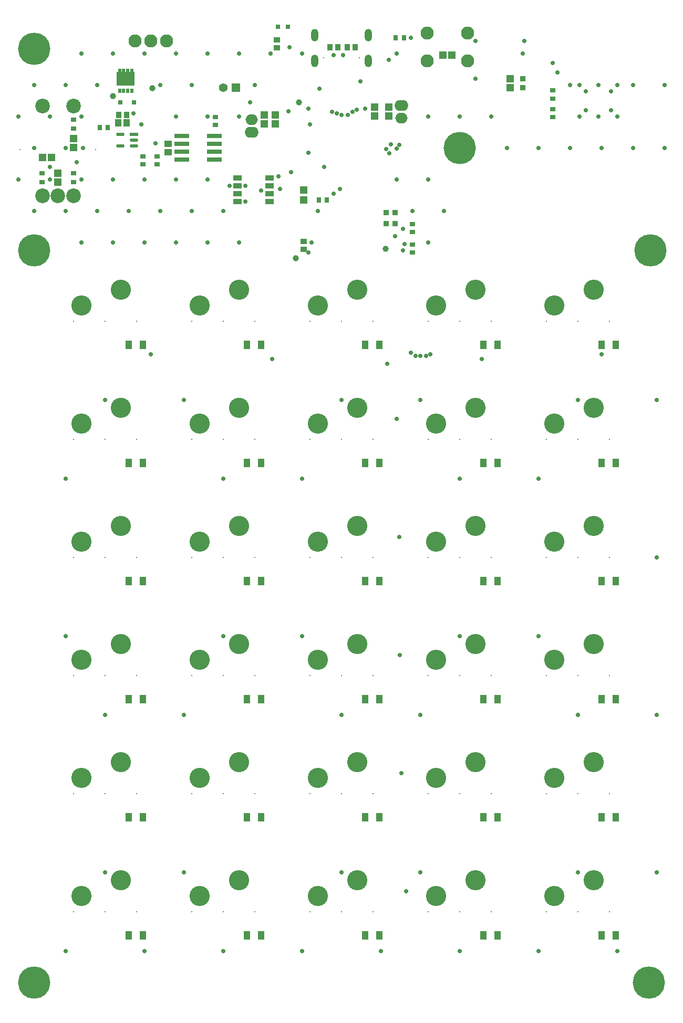
<source format=gbs>
G04*
G04 #@! TF.GenerationSoftware,Altium Limited,Altium Designer,22.7.1 (60)*
G04*
G04 Layer_Color=16711935*
%FSLAX25Y25*%
%MOIN*%
G70*
G04*
G04 #@! TF.SameCoordinates,C603BF2E-B12D-4F6D-87B7-6185641273B1*
G04*
G04*
G04 #@! TF.FilePolarity,Negative*
G04*
G01*
G75*
%ADD33R,0.05524X0.05524*%
%ADD37C,0.09300*%
%ADD38C,0.00800*%
%ADD39C,0.08300*%
%ADD40C,0.05524*%
%ADD41C,0.12800*%
%ADD42C,0.20485*%
%ADD43O,0.04737X0.07887*%
%ADD44O,0.07800X0.06800*%
%ADD45O,0.08800X0.06800*%
%ADD46C,0.02769*%
%ADD47C,0.03950*%
%ADD63R,0.03772X0.03591*%
%ADD65R,0.03591X0.03772*%
%ADD66R,0.03197X0.02985*%
%ADD67R,0.03394X0.02978*%
G04:AMPARAMS|DCode=74|XSize=52.69mil|YSize=22.75mil|CornerRadius=11.38mil|HoleSize=0mil|Usage=FLASHONLY|Rotation=180.000|XOffset=0mil|YOffset=0mil|HoleType=Round|Shape=RoundedRectangle|*
%AMROUNDEDRECTD74*
21,1,0.05269,0.00000,0,0,180.0*
21,1,0.02993,0.02275,0,0,180.0*
1,1,0.02275,-0.01497,0.00000*
1,1,0.02275,0.01497,0.00000*
1,1,0.02275,0.01497,0.00000*
1,1,0.02275,-0.01497,0.00000*
%
%ADD74ROUNDEDRECTD74*%
%ADD75R,0.05269X0.02275*%
%ADD77R,0.02985X0.03197*%
%ADD79R,0.02978X0.03394*%
%ADD80R,0.03543X0.02559*%
%ADD83R,0.03150X0.03150*%
%ADD84R,0.04331X0.05512*%
%ADD86R,0.04934X0.04540*%
%ADD87R,0.04540X0.03950*%
%ADD88R,0.09461X0.03162*%
%ADD89R,0.04147X0.03556*%
%ADD90R,0.03556X0.04147*%
%ADD91R,0.03950X0.04540*%
%ADD92R,0.03162X0.03162*%
%ADD93R,0.04540X0.04934*%
%ADD94R,0.05300X0.03800*%
%ADD95R,0.11233X0.08595*%
%ADD96R,0.02375X0.03162*%
%ADD97R,0.04737X0.04540*%
D33*
X147937Y588354D02*
D03*
D37*
X25157Y519472D02*
D03*
X44842D02*
D03*
X35000D02*
D03*
X44842Y576559D02*
D03*
X25157D02*
D03*
D38*
X59016Y549000D02*
D03*
X10984D02*
D03*
X365000Y65000D02*
D03*
X385000D02*
D03*
X345000D02*
D03*
X290000D02*
D03*
X310000D02*
D03*
X270000D02*
D03*
X215000D02*
D03*
X235000D02*
D03*
X195000D02*
D03*
X140000D02*
D03*
X160000D02*
D03*
X120000D02*
D03*
X65000D02*
D03*
X85000D02*
D03*
X45000D02*
D03*
X365000Y140000D02*
D03*
X385000D02*
D03*
X345000D02*
D03*
X290000D02*
D03*
X310000D02*
D03*
X270000D02*
D03*
X215000D02*
D03*
X235000D02*
D03*
X195000D02*
D03*
X140000D02*
D03*
X160000D02*
D03*
X120000D02*
D03*
X65000D02*
D03*
X85000D02*
D03*
X45000D02*
D03*
X365000Y215000D02*
D03*
X385000D02*
D03*
X345000D02*
D03*
X290000D02*
D03*
X310000D02*
D03*
X270000D02*
D03*
X215000D02*
D03*
X235000D02*
D03*
X195000D02*
D03*
X140000D02*
D03*
X160000D02*
D03*
X120000D02*
D03*
X65000D02*
D03*
X85000D02*
D03*
X45000D02*
D03*
X365000Y290000D02*
D03*
X385000D02*
D03*
X345000D02*
D03*
X290000D02*
D03*
X310000D02*
D03*
X270000D02*
D03*
X215000D02*
D03*
X235000D02*
D03*
X195000D02*
D03*
X140000D02*
D03*
X160000D02*
D03*
X120000D02*
D03*
X65000D02*
D03*
X85000D02*
D03*
X45000D02*
D03*
X365000Y365000D02*
D03*
X385000D02*
D03*
X345000D02*
D03*
X290000D02*
D03*
X310000D02*
D03*
X270000D02*
D03*
X215000D02*
D03*
X235000D02*
D03*
X195000D02*
D03*
X140000D02*
D03*
X160000D02*
D03*
X120000D02*
D03*
X65000D02*
D03*
X85000D02*
D03*
X45000D02*
D03*
X365000Y440000D02*
D03*
X385000D02*
D03*
X345000D02*
D03*
X290000D02*
D03*
X310000D02*
D03*
X270000D02*
D03*
X215000D02*
D03*
X235000D02*
D03*
X195000D02*
D03*
X140000D02*
D03*
X160000D02*
D03*
X120000D02*
D03*
X65000D02*
D03*
X85000D02*
D03*
X45000D02*
D03*
X226378Y607276D02*
D03*
X203622D02*
D03*
D39*
X269205Y605142D02*
D03*
X294795D02*
D03*
Y622858D02*
D03*
X269205D02*
D03*
X104000Y618000D02*
D03*
X94000D02*
D03*
X84000D02*
D03*
D40*
X140063Y588354D02*
D03*
D41*
X375000Y85000D02*
D03*
X350000Y75000D02*
D03*
X300000Y85000D02*
D03*
X275000Y75000D02*
D03*
X225000Y85000D02*
D03*
X200000Y75000D02*
D03*
X150000Y85000D02*
D03*
X125000Y75000D02*
D03*
X75000Y85000D02*
D03*
X50000Y75000D02*
D03*
X375000Y160000D02*
D03*
X350000Y150000D02*
D03*
X300000Y160000D02*
D03*
X275000Y150000D02*
D03*
X225000Y160000D02*
D03*
X200000Y150000D02*
D03*
X150000Y160000D02*
D03*
X125000Y150000D02*
D03*
X75000Y160000D02*
D03*
X50000Y150000D02*
D03*
X375000Y235000D02*
D03*
X350000Y225000D02*
D03*
X300000Y235000D02*
D03*
X275000Y225000D02*
D03*
X225000Y235000D02*
D03*
X200000Y225000D02*
D03*
X150000Y235000D02*
D03*
X125000Y225000D02*
D03*
X75000Y235000D02*
D03*
X50000Y225000D02*
D03*
X375000Y310000D02*
D03*
X350000Y300000D02*
D03*
X300000Y310000D02*
D03*
X275000Y300000D02*
D03*
X225000Y310000D02*
D03*
X200000Y300000D02*
D03*
X150000Y310000D02*
D03*
X125000Y300000D02*
D03*
X75000Y310000D02*
D03*
X50000Y300000D02*
D03*
X375000Y385000D02*
D03*
X350000Y375000D02*
D03*
X300000Y385000D02*
D03*
X275000Y375000D02*
D03*
X225000Y385000D02*
D03*
X200000Y375000D02*
D03*
X150000Y385000D02*
D03*
X125000Y375000D02*
D03*
X75000Y385000D02*
D03*
X50000Y375000D02*
D03*
X375000Y460000D02*
D03*
X350000Y450000D02*
D03*
X300000Y460000D02*
D03*
X275000Y450000D02*
D03*
X225000Y460000D02*
D03*
X200000Y450000D02*
D03*
X150000Y460000D02*
D03*
X125000Y450000D02*
D03*
X75000Y460000D02*
D03*
X50000Y450000D02*
D03*
D42*
X290000Y550000D02*
D03*
X20000Y485000D02*
D03*
Y613000D02*
D03*
X411000Y485000D02*
D03*
X410000Y20000D02*
D03*
X20000D02*
D03*
D43*
X232008Y621764D02*
D03*
Y605307D02*
D03*
X197992Y621764D02*
D03*
Y605307D02*
D03*
D44*
X253000Y569063D02*
D03*
X158000Y567937D02*
D03*
D45*
X253000Y576937D02*
D03*
X158000Y560063D02*
D03*
D46*
X420000Y590000D02*
D03*
Y550000D02*
D03*
X400000Y590000D02*
D03*
Y550000D02*
D03*
X380000D02*
D03*
X360000Y590000D02*
D03*
Y550000D02*
D03*
X330000Y610000D02*
D03*
X340000Y550000D02*
D03*
X310000Y570000D02*
D03*
X320000Y550000D02*
D03*
X290000Y570000D02*
D03*
X270000D02*
D03*
Y530000D02*
D03*
X280000Y510000D02*
D03*
X270000Y490000D02*
D03*
X250000Y610000D02*
D03*
Y530000D02*
D03*
X260000Y510000D02*
D03*
X190000Y610000D02*
D03*
X200000Y510000D02*
D03*
X170000Y610000D02*
D03*
X150000D02*
D03*
X160000Y590000D02*
D03*
X150000Y570000D02*
D03*
Y490000D02*
D03*
X130000Y610000D02*
D03*
Y570000D02*
D03*
Y530000D02*
D03*
X140000Y510000D02*
D03*
X130000Y490000D02*
D03*
X110000Y610000D02*
D03*
X120000Y590000D02*
D03*
X110000Y570000D02*
D03*
Y530000D02*
D03*
X120000Y510000D02*
D03*
X110000Y490000D02*
D03*
X90000Y610000D02*
D03*
X100000Y590000D02*
D03*
X90000Y530000D02*
D03*
X100000Y510000D02*
D03*
X90000Y490000D02*
D03*
X70000Y610000D02*
D03*
Y530000D02*
D03*
X80000Y510000D02*
D03*
X70000Y490000D02*
D03*
X50000Y610000D02*
D03*
X60000Y590000D02*
D03*
X50000Y570000D02*
D03*
Y530000D02*
D03*
X60000Y510000D02*
D03*
X50000Y490000D02*
D03*
X40000Y590000D02*
D03*
X30000Y570000D02*
D03*
X40000Y550000D02*
D03*
X30000Y530000D02*
D03*
X40000Y510000D02*
D03*
X20000Y590000D02*
D03*
X10000Y570000D02*
D03*
X20000Y550000D02*
D03*
X10000Y530000D02*
D03*
X20000Y510000D02*
D03*
X51000Y550000D02*
D03*
X47000Y541000D02*
D03*
X30000Y538000D02*
D03*
X183000Y534766D02*
D03*
X390000Y590000D02*
D03*
Y570000D02*
D03*
X386000Y586000D02*
D03*
Y574000D02*
D03*
X378000Y590000D02*
D03*
Y570000D02*
D03*
X370000Y586000D02*
D03*
Y574000D02*
D03*
X366000Y590000D02*
D03*
Y570000D02*
D03*
X196000Y490000D02*
D03*
X249000Y494000D02*
D03*
X254000Y498712D02*
D03*
X349000Y604000D02*
D03*
X352000Y598000D02*
D03*
X300000Y594000D02*
D03*
X97000Y553000D02*
D03*
X88000Y565000D02*
D03*
X83000Y572000D02*
D03*
X157000Y579000D02*
D03*
X182000Y614000D02*
D03*
X243234Y549234D02*
D03*
X255000Y489000D02*
D03*
X254000Y485000D02*
D03*
X194000Y483484D02*
D03*
X210000Y521000D02*
D03*
X214000Y524000D02*
D03*
X194000Y575000D02*
D03*
X415000Y390000D02*
D03*
Y290000D02*
D03*
Y190000D02*
D03*
Y90000D02*
D03*
X390000Y40000D02*
D03*
X365000Y390000D02*
D03*
X340000Y340000D02*
D03*
Y240000D02*
D03*
X365000Y190000D02*
D03*
Y90000D02*
D03*
X340000Y40000D02*
D03*
X290000Y340000D02*
D03*
Y240000D02*
D03*
Y40000D02*
D03*
X265000Y390000D02*
D03*
Y190000D02*
D03*
Y90000D02*
D03*
X240000Y40000D02*
D03*
X215000Y390000D02*
D03*
X190000Y340000D02*
D03*
Y240000D02*
D03*
X215000Y190000D02*
D03*
Y90000D02*
D03*
X190000Y40000D02*
D03*
X140000Y340000D02*
D03*
Y240000D02*
D03*
Y40000D02*
D03*
X115000Y390000D02*
D03*
Y190000D02*
D03*
Y90000D02*
D03*
X90000Y40000D02*
D03*
X65000Y390000D02*
D03*
X40000Y340000D02*
D03*
Y240000D02*
D03*
X65000Y190000D02*
D03*
Y90000D02*
D03*
X40000Y40000D02*
D03*
X216000Y609000D02*
D03*
X210000D02*
D03*
X331000Y618000D02*
D03*
X300000D02*
D03*
X256000Y78000D02*
D03*
X253000Y153000D02*
D03*
X252000Y228000D02*
D03*
X251766Y303000D02*
D03*
X250000Y378000D02*
D03*
X259000Y420000D02*
D03*
X262000Y418000D02*
D03*
X265000D02*
D03*
X171000Y416000D02*
D03*
X244000Y413000D02*
D03*
X271352Y419000D02*
D03*
X268620Y417838D02*
D03*
X94000Y419000D02*
D03*
X304000Y416000D02*
D03*
X380000Y419000D02*
D03*
X227000Y592234D02*
D03*
X230000Y575000D02*
D03*
X201000Y587766D02*
D03*
X181389Y573389D02*
D03*
X195000Y565000D02*
D03*
X219000Y571000D02*
D03*
X209000Y573000D02*
D03*
X215000Y571000D02*
D03*
X212000Y572000D02*
D03*
X224655Y574328D02*
D03*
X221920Y572920D02*
D03*
X194000Y547000D02*
D03*
X175000Y532000D02*
D03*
X154000Y526000D02*
D03*
Y516000D02*
D03*
X204075Y538000D02*
D03*
X144000Y526000D02*
D03*
X176000Y524000D02*
D03*
X164000Y523000D02*
D03*
X245273Y546643D02*
D03*
X246394Y552394D02*
D03*
X251766Y552000D02*
D03*
X249801Y549775D02*
D03*
X259000Y620000D02*
D03*
X245000Y606000D02*
D03*
D47*
X95000Y588000D02*
D03*
X70000Y583000D02*
D03*
X243000Y486000D02*
D03*
X188000Y579000D02*
D03*
X186000Y480000D02*
D03*
D63*
X248862Y502000D02*
D03*
X243138D02*
D03*
X248862Y509000D02*
D03*
X243138D02*
D03*
D65*
X330000Y593862D02*
D03*
Y588138D02*
D03*
D66*
X349000Y574469D02*
D03*
Y569531D02*
D03*
X89000Y544468D02*
D03*
Y539532D02*
D03*
X135000Y569468D02*
D03*
Y564532D02*
D03*
X98000Y539532D02*
D03*
Y544468D02*
D03*
X260000Y496531D02*
D03*
Y501469D02*
D03*
Y483532D02*
D03*
Y488469D02*
D03*
D67*
X349000Y586562D02*
D03*
Y581438D02*
D03*
D74*
X74605Y558740D02*
D03*
Y551260D02*
D03*
X83394D02*
D03*
Y555000D02*
D03*
D75*
Y558740D02*
D03*
D77*
X66469Y563000D02*
D03*
X61532D02*
D03*
X205469Y517000D02*
D03*
X200532D02*
D03*
D79*
X254562Y620000D02*
D03*
X249438D02*
D03*
D80*
X45016Y528146D02*
D03*
Y533854D02*
D03*
X25016Y528146D02*
D03*
Y533854D02*
D03*
X45016Y562146D02*
D03*
Y567854D02*
D03*
D83*
X181000Y627000D02*
D03*
X174701D02*
D03*
D84*
X380000Y50000D02*
D03*
X389055D02*
D03*
X305000D02*
D03*
X314055D02*
D03*
X230000D02*
D03*
X239055D02*
D03*
X155000D02*
D03*
X164055D02*
D03*
X80000D02*
D03*
X89055D02*
D03*
X380000Y125000D02*
D03*
X389055D02*
D03*
X305000D02*
D03*
X314055D02*
D03*
X230000D02*
D03*
X239055D02*
D03*
X155000D02*
D03*
X164055D02*
D03*
X80000D02*
D03*
X89055D02*
D03*
X380000Y200000D02*
D03*
X389055D02*
D03*
X305000D02*
D03*
X314055D02*
D03*
X230000D02*
D03*
X239055D02*
D03*
X155000D02*
D03*
X164055D02*
D03*
X80000D02*
D03*
X89055D02*
D03*
X380000Y275000D02*
D03*
X389055D02*
D03*
X305000D02*
D03*
X314055D02*
D03*
X230000D02*
D03*
X239055D02*
D03*
X155000D02*
D03*
X164055D02*
D03*
X80000D02*
D03*
X89055D02*
D03*
X380000Y350000D02*
D03*
X389055D02*
D03*
X305000D02*
D03*
X314055D02*
D03*
X230000D02*
D03*
X239055D02*
D03*
X155000D02*
D03*
X164055D02*
D03*
X80000D02*
D03*
X89055D02*
D03*
X380000Y425000D02*
D03*
X389055D02*
D03*
X305000D02*
D03*
X314055D02*
D03*
X230000D02*
D03*
X239055D02*
D03*
X155000D02*
D03*
X164055D02*
D03*
X80000D02*
D03*
X89055D02*
D03*
D86*
X322000Y593854D02*
D03*
Y588146D02*
D03*
X35016Y533854D02*
D03*
Y528146D02*
D03*
X45016Y550146D02*
D03*
Y555854D02*
D03*
X245000Y575854D02*
D03*
Y570146D02*
D03*
X236000Y575854D02*
D03*
Y570146D02*
D03*
X173000Y565291D02*
D03*
Y571000D02*
D03*
X166000Y565146D02*
D03*
Y570854D02*
D03*
D87*
X105000Y547342D02*
D03*
Y552658D02*
D03*
D88*
X113764Y542500D02*
D03*
Y547500D02*
D03*
Y552500D02*
D03*
Y557500D02*
D03*
X134236Y542500D02*
D03*
Y547500D02*
D03*
Y552500D02*
D03*
Y557500D02*
D03*
D89*
X174000Y618461D02*
D03*
Y613539D02*
D03*
X191000Y490461D02*
D03*
Y485539D02*
D03*
D90*
X73539Y571000D02*
D03*
X78461D02*
D03*
X207539Y614000D02*
D03*
X212461D02*
D03*
X218539D02*
D03*
X223461D02*
D03*
D91*
X73343Y566000D02*
D03*
X78658D02*
D03*
D92*
X74669Y579000D02*
D03*
X83331D02*
D03*
D93*
X284854Y609000D02*
D03*
X279146D02*
D03*
X30870Y544000D02*
D03*
X25161D02*
D03*
D94*
X169250Y531000D02*
D03*
X149000Y521000D02*
D03*
Y526000D02*
D03*
Y531000D02*
D03*
Y516000D02*
D03*
X169250D02*
D03*
Y521000D02*
D03*
Y526000D02*
D03*
D95*
X78000Y594000D02*
D03*
D96*
X74161Y599048D02*
D03*
X76720D02*
D03*
X79280D02*
D03*
X81839D02*
D03*
X74161Y586252D02*
D03*
X76720D02*
D03*
X79280D02*
D03*
X81839D02*
D03*
D97*
X191000Y517000D02*
D03*
Y523299D02*
D03*
M02*

</source>
